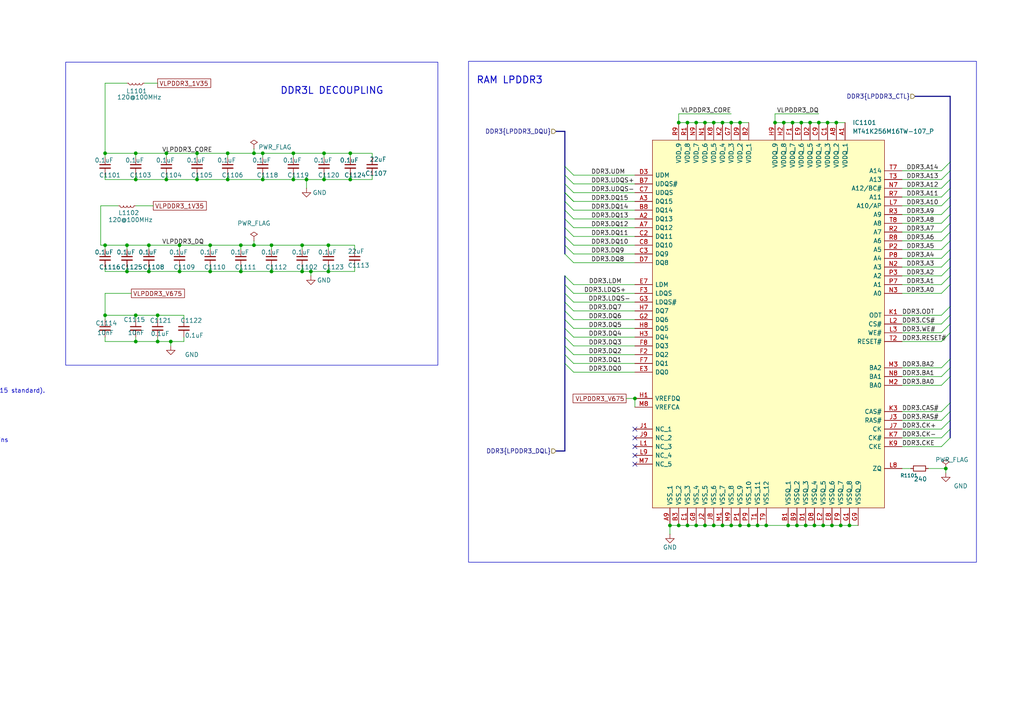
<source format=kicad_sch>
(kicad_sch (version 20250114) (generator "eeschema") (generator_version "9.0")
  (paper "A4")
  (lib_symbols
    (symbol "Device:C_Small" (pin_numbers (hide yes)) (pin_names (offset 0.254) (hide yes))
      (property "Reference" "C" (at 0.254 1.778 0))
      (property "Value" "C_Small" (at 0.254 -2.032 0))
      (symbol "C_Small_0_1"
        (polyline (pts (xy -1.524 0.508) (xy 1.524 0.508)) (stroke (width 0.3048)))
        (polyline (pts (xy -1.524 -0.508) (xy 1.524 -0.508)) (stroke (width 0.3302)))
      )
      (symbol "C_Small_1_1"
        (pin passive line (at 0 2.54 270) (length 2.032) (name "~") (number "1"))
        (pin passive line (at 0 -2.54 90) (length 2.032) (name "~") (number "2"))
      )
    )
    (symbol "Device:L_Small" (pin_numbers (hide yes)) (pin_names (offset 0.254) (hide yes))
      (property "Reference" "L" (at 0.762 1.016 0))
      (property "Value" "L_Small" (at 0.762 -1.016 0))
      (symbol "L_Small_0_1"
        (arc (start 0 2.032) (mid 0.5058 1.524) (end 0 1.016))
        (arc (start 0 1.016) (mid 0.5058 0.508) (end 0 0))
        (arc (start 0 0) (mid 0.5058 -0.508) (end 0 -1.016))
        (arc (start 0 -1.016) (mid 0.5058 -1.524) (end 0 -2.032))
      )
      (symbol "L_Small_1_1"
        (pin passive line (at 0 2.54 270) (length 0.508) (name "~") (number "1"))
        (pin passive line (at 0 -2.54 90) (length 0.508) (name "~") (number "2"))
      )
    )
    (symbol "Device:R_Small" (pin_numbers (hide yes)) (pin_names (offset 0.254) (hide yes))
      (property "Reference" "R" (at 0 0 90))
      (property "Value" "R_Small" (at 1.778 0 90))
      (symbol "R_Small_0_1"
        (rectangle (start -0.762 1.778) (end 0.762 -1.778) (stroke (width 0.2032)))
      )
      (symbol "R_Small_1_1"
        (pin passive line (at 0 2.54 270) (length 0.762) (name "~") (number "1"))
        (pin passive line (at 0 -2.54 90) (length 0.762) (name "~") (number "2"))
      )
    )
    (symbol "iw-memory:MT41K256M16TW-107_P" (pin_names (offset 0.762))
      (property "Reference" "IC" (at -75.946 37.846 0))
      (property "Value" "MT41K256M16TW-107_P" (at -75.946 35.306 0))
      (symbol "MT41K256M16TW-107_P_0_0"
        (pin passive line (at -5.08 -10.16 0) (length 5.08) (name "UDM") (number "D3"))
        (pin passive line (at -5.08 -12.7 0) (length 5.08) (name "UDQS#") (number "B7"))
        (pin passive line (at -5.08 -15.24 0) (length 5.08) (name "UDQS") (number "C7"))
        (pin passive line (at -5.08 -17.78 0) (length 5.08) (name "DQ15") (number "A3"))
        (pin passive line (at -5.08 -20.32 0) (length 5.08) (name "DQ14") (number "B8"))
        (pin passive line (at -5.08 -22.86 0) (length 5.08) (name "DQ13") (number "A2"))
        (pin passive line (at -5.08 -25.4 0) (length 5.08) (name "DQ12") (number "A7"))
        (pin passive line (at -5.08 -27.94 0) (length 5.08) (name "DQ11") (number "C2"))
        (pin passive line (at -5.08 -30.48 0) (length 5.08) (name "DQ10") (number "C8"))
        (pin passive line (at -5.08 -33.02 0) (length 5.08) (name "DQ9") (number "C3"))
        (pin passive line (at -5.08 -35.56 0) (length 5.08) (name "DQ8") (number "D7"))
        (pin passive line (at -5.08 -41.91 0) (length 5.08) (name "LDM") (number "E7"))
        (pin passive line (at -5.08 -44.45 0) (length 5.08) (name "LDQS") (number "F3"))
        (pin passive line (at -5.08 -46.99 0) (length 5.08) (name "LDQS#") (number "G3"))
        (pin passive line (at -5.08 -49.53 0) (length 5.08) (name "DQ7") (number "H7"))
        (pin passive line (at -5.08 -52.07 0) (length 5.08) (name "DQ6") (number "G2"))
        (pin passive line (at -5.08 -54.61 0) (length 5.08) (name "DQ5") (number "H8"))
        (pin passive line (at -5.08 -57.15 0) (length 5.08) (name "DQ4") (number "H3"))
        (pin passive line (at -5.08 -59.69 0) (length 5.08) (name "DQ3") (number "F8"))
        (pin passive line (at -5.08 -62.23 0) (length 5.08) (name "DQ2") (number "F2"))
        (pin passive line (at -5.08 -64.77 0) (length 5.08) (name "DQ1") (number "F7"))
        (pin passive line (at -5.08 -67.31 0) (length 5.08) (name "DQ0") (number "E3"))
        (pin passive line (at -5.08 -74.93 0) (length 5.08) (name "VREFDQ") (number "H1"))
        (pin passive line (at -5.08 -77.47 0) (length 5.08) (name "VREFCA") (number "M8"))
        (pin passive line (at -5.08 -83.82 0) (length 5.08) (name "NC_1") (number "J1"))
        (pin passive line (at -5.08 -86.36 0) (length 5.08) (name "NC_2") (number "J9"))
        (pin passive line (at -5.08 -88.9 0) (length 5.08) (name "NC_3") (number "L1"))
        (pin passive line (at -5.08 -91.44 0) (length 5.08) (name "NC_4") (number "L9"))
        (pin passive line (at -5.08 -93.98 0) (length 5.08) (name "NC_5") (number "M7"))
        (pin passive line (at 5.08 -111.76 90) (length 5.08) (name "VSS_1") (number "A9"))
        (pin passive line (at 7.62 5.08 270) (length 5.08) (name "VDD_9") (number "R9"))
        (pin passive line (at 7.62 -111.76 90) (length 5.08) (name "VSS_2") (number "B3"))
        (pin passive line (at 10.16 5.08 270) (length 5.08) (name "VDD_8") (number "R1"))
        (pin passive line (at 10.16 -111.76 90) (length 5.08) (name "VSS_3") (number "E1"))
        (pin passive line (at 12.7 5.08 270) (length 5.08) (name "VDD_7") (number "N9"))
        (pin passive line (at 12.7 -111.76 90) (length 5.08) (name "VSS_4") (number "G8"))
        (pin passive line (at 15.24 5.08 270) (length 5.08) (name "VDD_6") (number "N1"))
        (pin passive line (at 15.24 -111.76 90) (length 5.08) (name "VSS_5") (number "J2"))
        (pin passive line (at 17.78 5.08 270) (length 5.08) (name "VDD_5") (number "K8"))
        (pin passive line (at 17.78 -111.76 90) (length 5.08) (name "VSS_6") (number "J8"))
        (pin passive line (at 20.32 5.08 270) (length 5.08) (name "VDD_4") (number "K2"))
        (pin passive line (at 20.32 -111.76 90) (length 5.08) (name "VSS_7") (number "M1"))
        (pin passive line (at 22.86 5.08 270) (length 5.08) (name "VDD_3") (number "G7"))
        (pin passive line (at 22.86 -111.76 90) (length 5.08) (name "VSS_8") (number "M9"))
        (pin passive line (at 25.4 5.08 270) (length 5.08) (name "VDD_2") (number "D9"))
        (pin passive line (at 25.4 -111.76 90) (length 5.08) (name "VSS_9") (number "P1"))
        (pin passive line (at 27.94 5.08 270) (length 5.08) (name "VDD_1") (number "B2"))
        (pin passive line (at 27.94 -111.76 90) (length 5.08) (name "VSS_10") (number "P9"))
        (pin passive line (at 30.48 -111.76 90) (length 5.08) (name "VSS_11") (number "T1"))
        (pin passive line (at 33.02 -111.76 90) (length 5.08) (name "VSS_12") (number "T9"))
        (pin passive line (at 35.56 5.08 270) (length 5.08) (name "VDDQ_9") (number "H9"))
        (pin passive line (at 38.1 5.08 270) (length 5.08) (name "VDDQ_8") (number "H2"))
        (pin passive line (at 39.37 -111.76 90) (length 5.08) (name "VSSQ_1") (number "B1"))
        (pin passive line (at 40.64 5.08 270) (length 5.08) (name "VDDQ_7") (number "F1"))
        (pin passive line (at 41.91 -111.76 90) (length 5.08) (name "VSSQ_2") (number "B9"))
        (pin passive line (at 43.18 5.08 270) (length 5.08) (name "VDDQ_6") (number "E9"))
        (pin passive line (at 44.45 -111.76 90) (length 5.08) (name "VSSQ_3") (number "D1"))
        (pin passive line (at 45.72 5.08 270) (length 5.08) (name "VDDQ_5") (number "D2"))
        (pin passive line (at 46.99 -111.76 90) (length 5.08) (name "VSSQ_4") (number "D8"))
        (pin passive line (at 48.26 5.08 270) (length 5.08) (name "VDDQ_4") (number "C9"))
        (pin passive line (at 49.53 -111.76 90) (length 5.08) (name "VSSQ_5") (number "E2"))
        (pin passive line (at 50.8 5.08 270) (length 5.08) (name "VDDQ_3") (number "C1"))
        (pin passive line (at 52.07 -111.76 90) (length 5.08) (name "VSSQ_6") (number "E8"))
        (pin passive line (at 53.34 5.08 270) (length 5.08) (name "VDDQ_2") (number "A8"))
        (pin passive line (at 54.61 -111.76 90) (length 5.08) (name "VSSQ_7") (number "F9"))
        (pin passive line (at 55.88 5.08 270) (length 5.08) (name "VDDQ_1") (number "A1"))
        (pin passive line (at 57.15 -111.76 90) (length 5.08) (name "VSSQ_8") (number "G1"))
        (pin passive line (at 59.69 -111.76 90) (length 5.08) (name "VSSQ_9") (number "G9"))
        (pin passive line (at 72.39 -8.89 180) (length 5.08) (name "A14") (number "T7"))
        (pin passive line (at 72.39 -11.43 180) (length 5.08) (name "A13") (number "T3"))
        (pin passive line (at 72.39 -13.97 180) (length 5.08) (name "A12/BC#") (number "N7"))
        (pin passive line (at 72.39 -16.51 180) (length 5.08) (name "A11") (number "R7"))
        (pin passive line (at 72.39 -19.05 180) (length 5.08) (name "A10/AP") (number "L7"))
        (pin passive line (at 72.39 -21.59 180) (length 5.08) (name "A9") (number "R3"))
        (pin passive line (at 72.39 -24.13 180) (length 5.08) (name "A8") (number "T8"))
        (pin passive line (at 72.39 -26.67 180) (length 5.08) (name "A7") (number "R2"))
        (pin passive line (at 72.39 -29.21 180) (length 5.08) (name "A6") (number "R8"))
        (pin passive line (at 72.39 -31.75 180) (length 5.08) (name "A5") (number "P2"))
        (pin passive line (at 72.39 -34.29 180) (length 5.08) (name "A4") (number "P8"))
        (pin passive line (at 72.39 -36.83 180) (length 5.08) (name "A3") (number "N2"))
        (pin passive line (at 72.39 -39.37 180) (length 5.08) (name "A2") (number "P3"))
        (pin passive line (at 72.39 -41.91 180) (length 5.08) (name "A1") (number "P7"))
        (pin passive line (at 72.39 -44.45 180) (length 5.08) (name "A0") (number "N3"))
        (pin passive line (at 72.39 -50.8 180) (length 5.08) (name "ODT") (number "K1"))
        (pin passive line (at 72.39 -53.34 180) (length 5.08) (name "CS#") (number "L2"))
        (pin passive line (at 72.39 -55.88 180) (length 5.08) (name "WE#") (number "L3"))
        (pin passive line (at 72.39 -58.42 180) (length 5.08) (name "RESET#") (number "T2"))
        (pin passive line (at 72.39 -66.04 180) (length 5.08) (name "BA2") (number "M3"))
        (pin passive line (at 72.39 -68.58 180) (length 5.08) (name "BA1") (number "N8"))
        (pin passive line (at 72.39 -71.12 180) (length 5.08) (name "BA0") (number "M2"))
        (pin passive line (at 72.39 -78.74 180) (length 5.08) (name "CAS#") (number "K3"))
        (pin passive line (at 72.39 -81.28 180) (length 5.08) (name "RAS#") (number "J3"))
        (pin passive line (at 72.39 -83.82 180) (length 5.08) (name "CK") (number "J7"))
        (pin passive line (at 72.39 -86.36 180) (length 5.08) (name "CK#") (number "K7"))
        (pin passive line (at 72.39 -88.9 180) (length 5.08) (name "CKE") (number "K9"))
        (pin passive line (at 72.39 -95.25 180) (length 5.08) (name "ZQ") (number "L8"))
      )
      (symbol "MT41K256M16TW-107_P_1_1"
        (rectangle (start 0 0) (end 67.31 -106.68) (fill (type background)))
      )
    )
    (symbol "power:GND" (power) (pin_numbers (hide yes)) (pin_names (offset 0) (hide yes))
      (property "Value" "GND" (at 0 -3.81 0))
      (symbol "GND_0_1"
        (polyline (pts (xy 0 0) (xy 0 -1.27) (xy 1.27 -1.27) (xy 0 -2.54) (xy -1.27 -1.27) (xy 0 -1.27)))
      )
      (symbol "GND_1_1"
        (pin power_in line (at 0 0 270) (length 0) (name "~") (number "1"))
      )
    )
    (symbol "power:PWR_FLAG" (power) (pin_numbers (hide yes)) (pin_names (offset 0) (hide yes))
      (property "Value" "PWR_FLAG" (at 0 3.81 0))
      (symbol "PWR_FLAG_0_0"
        (pin power_out line (at 0 0 90) (length 0) (name "~") (number "1"))
      )
      (symbol "PWR_FLAG_0_1"
        (polyline (pts (xy 0 0) (xy 0 1.27) (xy -1.016 1.905) (xy 0 2.54) (xy 1.016 1.905) (xy 0 1.27)))
      )
    )
  )
  (rectangle (start 135.89 17.78) (end 283.21 163.068))
  (rectangle (start 19.05 18.034) (end 127 105.918))
  (text "RAM LPDDR3" (at 147.828 23.368 0) (effects (font (size 2 2) (thickness 0.254) (bold yes))))
  (text "Vref: \n- The DDR-logic requires an external 0.75 Volts (SSTL-15 standard).\n- External resistive divider required\nVcc: The DDRL-ram requires a 1.35 V supply voltage.\n- LDO / buck converter\nDQS-pins\n- Upper / Lower 8-bit synchronization for data\nData-pins:\n- upper 8 and lower 8 bits must belong to same DQS pins\nAddress / config pins\n- can be any DQ pins in the bank" (at -56.134 121.666 0) (effects (font (size 1.27 1.27)) (justify left)))
  (text "VREFCA, VREFDQ: \n- reference voltages separated for data and control/command address\n- Should be held at 0.675 V" (at 307.34 -44.45 0) (effects (font (size 1.27 1.27)) (justify left)))
  (text "DDR3L DECOUPLING" (at 96.266 26.416 0) (effects (font (size 2 2) (thickness 0.254) (bold yes))))
  (text "CLK/CLK# Termination:\n6.5.2: differential termination (100 ohms) recommended\n- NOTE: probably internally implemented inside the DDR3L already" (at 323.596 -34.29 0) (effects (font (size 1.27 1.27)) (justify left)))
  (junction (at 30.48 91.44))
  (junction (at 52.07 71.12))
  (junction (at 30.48 44.45))
  (junction (at 57.15 44.45))
  (junction (at 36.83 78.74))
  (junction (at 238.76 152.4))
  (junction (at 76.2 52.07))
  (junction (at 204.47 35.56))
  (junction (at 234.95 35.56))
  (junction (at 87.63 71.12))
  (junction (at 39.37 52.07))
  (junction (at 209.55 152.4))
  (junction (at 236.22 152.4))
  (junction (at 237.49 35.56))
  (junction (at 76.2 44.45))
  (junction (at 227.33 35.56))
  (junction (at 87.63 78.74))
  (junction (at 78.74 71.12))
  (junction (at 73.66 71.12))
  (junction (at 246.38 152.4))
  (junction (at 242.57 35.56))
  (junction (at 184.15 115.57))
  (junction (at 93.98 52.07))
  (junction (at 199.39 35.56))
  (junction (at 52.07 78.74))
  (junction (at 101.6 44.45))
  (junction (at 69.85 71.12))
  (junction (at 85.09 52.07))
  (junction (at 43.18 78.74))
  (junction (at 90.17 78.74))
  (junction (at 199.39 152.4))
  (junction (at 232.41 35.56))
  (junction (at 30.48 71.12))
  (junction (at 57.15 52.07))
  (junction (at 60.96 71.12))
  (junction (at 214.63 152.4))
  (junction (at 231.14 152.4))
  (junction (at 66.04 52.07))
  (junction (at 214.63 35.56))
  (junction (at 217.17 152.4))
  (junction (at 274.32 135.89))
  (junction (at 228.6 152.4))
  (junction (at 212.09 152.4))
  (junction (at 95.25 78.74))
  (junction (at 88.9 52.07))
  (junction (at 233.68 152.4))
  (junction (at 201.93 152.4))
  (junction (at 39.37 99.06))
  (junction (at 45.72 91.44))
  (junction (at 73.66 44.45))
  (junction (at 240.03 35.56))
  (junction (at 219.71 152.4))
  (junction (at 201.93 35.56))
  (junction (at 224.79 35.56))
  (junction (at 69.85 78.74))
  (junction (at 229.87 35.56))
  (junction (at 36.83 71.12))
  (junction (at 101.6 52.07))
  (junction (at 204.47 152.4))
  (junction (at 45.72 99.06))
  (junction (at 196.85 35.56))
  (junction (at 60.96 78.74))
  (junction (at 78.74 78.74))
  (junction (at 49.53 99.06))
  (junction (at 222.25 152.4))
  (junction (at 39.37 91.44))
  (junction (at 209.55 35.56))
  (junction (at 85.09 44.45))
  (junction (at 66.04 44.45))
  (junction (at 196.85 152.4))
  (junction (at 95.25 71.12))
  (junction (at 243.84 152.4))
  (junction (at 43.18 71.12))
  (junction (at 212.09 35.56))
  (junction (at 39.37 44.45))
  (junction (at 48.26 52.07))
  (junction (at 194.31 152.4))
  (junction (at 207.01 35.56))
  (junction (at 241.3 152.4))
  (junction (at 93.98 44.45))
  (junction (at 207.01 152.4))
  (junction (at 48.26 44.45))
  (no_connect (at 184.15 127))
  (no_connect (at 184.15 132.08))
  (no_connect (at 184.15 129.54))
  (no_connect (at 184.15 124.46))
  (no_connect (at 184.15 134.62))
  (bus_entry (at 163.83 73.66) (size 2.54 2.54))
  (bus_entry (at 275.59 74.93) (size -2.54 2.54))
  (bus_entry (at 275.59 116.84) (size -2.54 2.54))
  (bus_entry (at 163.83 105.41) (size 2.54 2.54))
  (bus_entry (at 163.83 58.42) (size 2.54 2.54))
  (bus_entry (at 275.59 104.14) (size -2.54 2.54))
  (bus_entry (at 163.83 53.34) (size 2.54 2.54))
  (bus_entry (at 163.83 66.04) (size 2.54 2.54))
  (bus_entry (at 163.83 63.5) (size 2.54 2.54))
  (bus_entry (at 275.59 91.44) (size -2.54 2.54))
  (bus_entry (at 275.59 80.01) (size -2.54 2.54))
  (bus_entry (at 275.59 72.39) (size -2.54 2.54))
  (bus_entry (at 163.83 60.96) (size 2.54 2.54))
  (bus_entry (at 163.83 100.33) (size 2.54 2.54))
  (bus_entry (at 275.59 64.77) (size -2.54 2.54))
  (bus_entry (at 163.83 90.17) (size 2.54 2.54))
  (bus_entry (at 163.83 68.58) (size 2.54 2.54))
  (bus_entry (at 275.59 62.23) (size -2.54 2.54))
  (bus_entry (at 163.83 82.55) (size 2.54 2.54))
  (bus_entry (at 163.83 102.87) (size 2.54 2.54))
  (bus_entry (at 163.83 55.88) (size 2.54 2.54))
  (bus_entry (at 275.59 59.69) (size -2.54 2.54))
  (bus_entry (at 275.59 106.68) (size -2.54 2.54))
  (bus_entry (at 163.83 71.12) (size 2.54 2.54))
  (bus_entry (at 275.59 46.99) (size -2.54 2.54))
  (bus_entry (at 163.83 92.71) (size 2.54 2.54))
  (bus_entry (at 163.83 48.26) (size 2.54 2.54))
  (bus_entry (at 275.59 52.07) (size -2.54 2.54))
  (bus_entry (at 275.59 127) (size -2.54 2.54))
  (bus_entry (at 275.59 96.52) (size -2.54 2.54))
  (bus_entry (at 163.83 80.01) (size 2.54 2.54))
  (bus_entry (at 163.83 50.8) (size 2.54 2.54))
  (bus_entry (at 275.59 69.85) (size -2.54 2.54))
  (bus_entry (at 275.59 109.22) (size -2.54 2.54))
  (bus_entry (at 275.59 57.15) (size -2.54 2.54))
  (bus_entry (at 275.59 82.55) (size -2.54 2.54))
  (bus_entry (at 163.83 87.63) (size 2.54 2.54))
  (bus_entry (at 275.59 77.47) (size -2.54 2.54))
  (bus_entry (at 275.59 88.9) (size -2.54 2.54))
  (bus_entry (at 275.59 124.46) (size -2.54 2.54))
  (bus_entry (at 163.83 85.09) (size 2.54 2.54))
  (bus_entry (at 275.59 121.92) (size -2.54 2.54))
  (bus_entry (at 275.59 54.61) (size -2.54 2.54))
  (bus_entry (at 275.59 49.53) (size -2.54 2.54))
  (bus_entry (at 163.83 95.25) (size 2.54 2.54))
  (bus_entry (at 275.59 119.38) (size -2.54 2.54))
  (bus_entry (at 163.83 97.79) (size 2.54 2.54))
  (bus_entry (at 275.59 67.31) (size -2.54 2.54))
  (bus_entry (at 275.59 93.98) (size -2.54 2.54))
  (bus_entry (at 163.83 55.88) (size 2.54 2.54))
  (wire (pts (xy 44.45 59.69) (xy 39.37 59.69)))
  (wire (pts (xy 261.62 52.07) (xy 273.05 52.07)))
  (wire (pts (xy 45.72 24.13) (xy 41.91 24.13)))
  (bus (pts (xy 275.59 46.99) (xy 275.59 49.53)))
  (wire (pts (xy 76.2 44.45) (xy 76.2 45.72)))
  (wire (pts (xy 201.93 35.56) (xy 204.47 35.56)))
  (wire (pts (xy 93.98 44.45) (xy 85.09 44.45)))
  (wire (pts (xy 261.62 82.55) (xy 273.05 82.55)))
  (bus (pts (xy 163.83 82.55) (xy 163.83 85.09)))
  (wire (pts (xy 30.48 85.09) (xy 30.48 91.44)))
  (wire (pts (xy 39.37 91.44) (xy 39.37 92.71)))
  (wire (pts (xy 166.37 82.55) (xy 184.15 82.55)))
  (wire (pts (xy 242.57 35.56) (xy 245.11 35.56)))
  (wire (pts (xy 38.1 85.09) (xy 30.48 85.09)))
  (wire (pts (xy 243.84 152.4) (xy 246.38 152.4)))
  (wire (pts (xy 87.63 77.47) (xy 87.63 78.74)))
  (wire (pts (xy 184.15 115.57) (xy 184.15 118.11)))
  (wire (pts (xy 261.62 93.98) (xy 273.05 93.98)))
  (wire (pts (xy 39.37 52.07) (xy 48.26 52.07)))
  (wire (pts (xy 228.6 152.4) (xy 231.14 152.4)))
  (wire (pts (xy 85.09 44.45) (xy 76.2 44.45)))
  (wire (pts (xy 261.62 72.39) (xy 273.05 72.39)))
  (wire (pts (xy 36.83 78.74) (xy 43.18 78.74)))
  (wire (pts (xy 222.25 152.4) (xy 228.6 152.4)))
  (bus (pts (xy 275.59 106.68) (xy 275.59 109.22)))
  (wire (pts (xy 237.49 35.56) (xy 240.03 35.56)))
  (wire (pts (xy 43.18 77.47) (xy 43.18 78.74)))
  (wire (pts (xy 30.48 24.13) (xy 30.48 44.45)))
  (wire (pts (xy 261.62 109.22) (xy 273.05 109.22)))
  (wire (pts (xy 69.85 72.39) (xy 69.85 71.12)))
  (wire (pts (xy 166.37 107.95) (xy 184.15 107.95)))
  (wire (pts (xy 93.98 44.45) (xy 93.98 45.72)))
  (wire (pts (xy 30.48 97.79) (xy 30.48 99.06)))
  (bus (pts (xy 163.83 97.79) (xy 163.83 95.25)))
  (bus (pts (xy 275.59 91.44) (xy 275.59 93.98)))
  (wire (pts (xy 53.34 97.79) (xy 53.34 99.06)))
  (wire (pts (xy 201.93 152.4) (xy 204.47 152.4)))
  (wire (pts (xy 78.74 72.39) (xy 78.74 71.12)))
  (wire (pts (xy 36.83 77.47) (xy 36.83 78.74)))
  (wire (pts (xy 30.48 71.12) (xy 36.83 71.12)))
  (wire (pts (xy 184.15 68.58) (xy 166.37 68.58)))
  (wire (pts (xy 48.26 44.45) (xy 57.15 44.45)))
  (wire (pts (xy 57.15 45.72) (xy 57.15 44.45)))
  (wire (pts (xy 66.04 52.07) (xy 57.15 52.07)))
  (wire (pts (xy 166.37 90.17) (xy 184.15 90.17)))
  (wire (pts (xy 36.83 24.13) (xy 30.48 24.13)))
  (wire (pts (xy 166.37 102.87) (xy 184.15 102.87)))
  (wire (pts (xy 66.04 45.72) (xy 66.04 44.45)))
  (wire (pts (xy 166.37 95.25) (xy 184.15 95.25)))
  (wire (pts (xy 39.37 44.45) (xy 39.37 45.72)))
  (wire (pts (xy 166.37 100.33) (xy 184.15 100.33)))
  (wire (pts (xy 30.48 77.47) (xy 30.48 78.74)))
  (wire (pts (xy 34.29 59.69) (xy 29.21 59.69)))
  (wire (pts (xy 45.72 99.06) (xy 39.37 99.06)))
  (wire (pts (xy 48.26 52.07) (xy 48.26 50.8)))
  (wire (pts (xy 166.37 76.2) (xy 184.15 76.2)))
  (wire (pts (xy 236.22 152.4) (xy 238.76 152.4)))
  (wire (pts (xy 261.62 62.23) (xy 273.05 62.23)))
  (wire (pts (xy 90.17 78.74) (xy 95.25 78.74)))
  (wire (pts (xy 217.17 152.4) (xy 219.71 152.4)))
  (wire (pts (xy 45.72 97.79) (xy 45.72 99.06)))
  (bus (pts (xy 163.83 48.26) (xy 163.83 50.8)))
  (wire (pts (xy 69.85 78.74) (xy 78.74 78.74)))
  (wire (pts (xy 53.34 99.06) (xy 49.53 99.06)))
  (wire (pts (xy 48.26 52.07) (xy 57.15 52.07)))
  (wire (pts (xy 196.85 33.02) (xy 196.85 35.56)))
  (wire (pts (xy 60.96 71.12) (xy 69.85 71.12)))
  (wire (pts (xy 107.95 44.45) (xy 101.6 44.45)))
  (wire (pts (xy 261.62 96.52) (xy 273.05 96.52)))
  (wire (pts (xy 237.49 33.02) (xy 224.79 33.02)))
  (wire (pts (xy 166.37 92.71) (xy 184.15 92.71)))
  (wire (pts (xy 231.14 152.4) (xy 233.68 152.4)))
  (wire (pts (xy 43.18 78.74) (xy 52.07 78.74)))
  (wire (pts (xy 30.48 99.06) (xy 39.37 99.06)))
  (wire (pts (xy 78.74 78.74) (xy 87.63 78.74)))
  (wire (pts (xy 199.39 152.4) (xy 201.93 152.4)))
  (wire (pts (xy 60.96 78.74) (xy 60.96 77.47)))
  (bus (pts (xy 275.59 88.9) (xy 275.59 91.44)))
  (bus (pts (xy 163.83 102.87) (xy 163.83 105.41)))
  (wire (pts (xy 39.37 44.45) (xy 48.26 44.45)))
  (wire (pts (xy 261.62 129.54) (xy 273.05 129.54)))
  (bus (pts (xy 163.83 66.04) (xy 163.83 68.58)))
  (wire (pts (xy 261.62 49.53) (xy 273.05 49.53)))
  (bus (pts (xy 163.83 50.8) (xy 163.83 53.34)))
  (wire (pts (xy 52.07 71.12) (xy 52.07 72.39)))
  (wire (pts (xy 261.62 77.47) (xy 273.05 77.47)))
  (wire (pts (xy 73.66 71.12) (xy 78.74 71.12)))
  (wire (pts (xy 36.83 71.12) (xy 36.83 72.39)))
  (wire (pts (xy 209.55 35.56) (xy 212.09 35.56)))
  (wire (pts (xy 107.95 52.07) (xy 107.95 50.8)))
  (wire (pts (xy 229.87 35.56) (xy 232.41 35.56)))
  (wire (pts (xy 73.66 43.18) (xy 73.66 44.45)))
  (bus (pts (xy 275.59 124.46) (xy 275.59 127)))
  (wire (pts (xy 166.37 73.66) (xy 184.15 73.66)))
  (wire (pts (xy 261.62 85.09) (xy 273.05 85.09)))
  (wire (pts (xy 30.48 91.44) (xy 30.48 92.71)))
  (wire (pts (xy 232.41 35.56) (xy 234.95 35.56)))
  (wire (pts (xy 107.95 44.45) (xy 107.95 45.72)))
  (wire (pts (xy 212.09 35.56) (xy 214.63 35.56)))
  (wire (pts (xy 76.2 44.45) (xy 73.66 44.45)))
  (wire (pts (xy 57.15 44.45) (xy 66.04 44.45)))
  (bus (pts (xy 265.43 27.94) (xy 275.59 27.94)))
  (bus (pts (xy 275.59 57.15) (xy 275.59 59.69)))
  (bus (pts (xy 275.59 69.85) (xy 275.59 72.39)))
  (wire (pts (xy 48.26 45.72) (xy 48.26 44.45)))
  (bus (pts (xy 275.59 59.69) (xy 275.59 62.23)))
  (wire (pts (xy 166.37 87.63) (xy 184.15 87.63)))
  (wire (pts (xy 196.85 152.4) (xy 199.39 152.4)))
  (wire (pts (xy 95.25 77.47) (xy 95.25 78.74)))
  (bus (pts (xy 163.83 87.63) (xy 163.83 90.17)))
  (wire (pts (xy 261.62 106.68) (xy 273.05 106.68)))
  (wire (pts (xy 90.17 80.01) (xy 90.17 78.74)))
  (bus (pts (xy 275.59 62.23) (xy 275.59 64.77)))
  (bus (pts (xy 275.59 54.61) (xy 275.59 57.15)))
  (wire (pts (xy 166.37 85.09) (xy 184.15 85.09)))
  (bus (pts (xy 163.83 100.33) (xy 163.83 102.87)))
  (wire (pts (xy 88.9 52.07) (xy 88.9 54.61)))
  (wire (pts (xy 49.53 100.33) (xy 49.53 99.06)))
  (wire (pts (xy 274.32 135.89) (xy 274.32 137.16)))
  (bus (pts (xy 163.83 58.42) (xy 163.83 60.96)))
  (wire (pts (xy 102.87 72.39) (xy 102.87 71.12)))
  (wire (pts (xy 87.63 71.12) (xy 87.63 72.39)))
  (wire (pts (xy 241.3 152.4) (xy 243.84 152.4)))
  (wire (pts (xy 30.48 44.45) (xy 30.48 45.72)))
  (bus (pts (xy 275.59 121.92) (xy 275.59 124.46)))
  (bus (pts (xy 163.83 85.09) (xy 163.83 87.63)))
  (wire (pts (xy 207.01 35.56) (xy 209.55 35.56)))
  (wire (pts (xy 76.2 52.07) (xy 66.04 52.07)))
  (wire (pts (xy 261.62 59.69) (xy 273.05 59.69)))
  (wire (pts (xy 30.48 52.07) (xy 39.37 52.07)))
  (wire (pts (xy 30.48 44.45) (xy 39.37 44.45)))
  (wire (pts (xy 69.85 78.74) (xy 69.85 77.47)))
  (wire (pts (xy 30.48 78.74) (xy 36.83 78.74)))
  (wire (pts (xy 101.6 44.45) (xy 93.98 44.45)))
  (wire (pts (xy 261.62 91.44) (xy 273.05 91.44)))
  (wire (pts (xy 194.31 152.4) (xy 196.85 152.4)))
  (wire (pts (xy 52.07 71.12) (xy 60.96 71.12)))
  (wire (pts (xy 39.37 50.8) (xy 39.37 52.07)))
  (wire (pts (xy 76.2 50.8) (xy 76.2 52.07)))
  (wire (pts (xy 60.96 78.74) (xy 69.85 78.74)))
  (wire (pts (xy 57.15 52.07) (xy 57.15 50.8)))
  (bus (pts (xy 275.59 109.22) (xy 275.59 116.84)))
  (wire (pts (xy 60.96 72.39) (xy 60.96 71.12)))
  (wire (pts (xy 29.21 71.12) (xy 30.48 71.12)))
  (wire (pts (xy 166.37 97.79) (xy 184.15 97.79)))
  (wire (pts (xy 53.34 91.44) (xy 45.72 91.44)))
  (wire (pts (xy 238.76 152.4) (xy 241.3 152.4)))
  (wire (pts (xy 204.47 35.56) (xy 207.01 35.56)))
  (wire (pts (xy 166.37 71.12) (xy 184.15 71.12)))
  (wire (pts (xy 30.48 72.39) (xy 30.48 71.12)))
  (wire (pts (xy 261.62 135.89) (xy 264.16 135.89)))
  (wire (pts (xy 78.74 78.74) (xy 78.74 77.47)))
  (wire (pts (xy 261.62 111.76) (xy 273.05 111.76)))
  (wire (pts (xy 101.6 50.8) (xy 101.6 52.07)))
  (wire (pts (xy 240.03 35.56) (xy 242.57 35.56)))
  (wire (pts (xy 52.07 77.47) (xy 52.07 78.74)))
  (wire (pts (xy 101.6 44.45) (xy 101.6 45.72)))
  (bus (pts (xy 163.83 60.96) (xy 163.83 63.5)))
  (bus (pts (xy 163.83 63.5) (xy 163.83 66.04)))
  (bus (pts (xy 275.59 49.53) (xy 275.59 52.07)))
  (wire (pts (xy 39.37 91.44) (xy 45.72 91.44)))
  (bus (pts (xy 275.59 96.52) (xy 275.59 104.14)))
  (wire (pts (xy 166.37 53.34) (xy 184.15 53.34)))
  (bus (pts (xy 163.83 68.58) (xy 163.83 71.12)))
  (wire (pts (xy 212.09 152.4) (xy 214.63 152.4)))
  (wire (pts (xy 95.25 78.74) (xy 102.87 78.74)))
  (wire (pts (xy 101.6 52.07) (xy 107.95 52.07)))
  (wire (pts (xy 184.15 60.96) (xy 166.37 60.96)))
  (wire (pts (xy 261.62 127) (xy 273.05 127)))
  (wire (pts (xy 166.37 50.8) (xy 184.15 50.8)))
  (wire (pts (xy 261.62 99.06) (xy 273.05 99.06)))
  (wire (pts (xy 29.21 59.69) (xy 29.21 71.12)))
  (wire (pts (xy 102.87 78.74) (xy 102.87 77.47)))
  (wire (pts (xy 52.07 78.74) (xy 60.96 78.74)))
  (bus (pts (xy 275.59 77.47) (xy 275.59 80.01)))
  (bus (pts (xy 163.83 38.1) (xy 163.83 48.26)))
  (bus (pts (xy 275.59 93.98) (xy 275.59 96.52)))
  (bus (pts (xy 163.83 130.81) (xy 163.83 105.41)))
  (bus (pts (xy 275.59 27.94) (xy 275.59 46.99)))
  (wire (pts (xy 204.47 152.4) (xy 207.01 152.4)))
  (wire (pts (xy 261.62 124.46) (xy 273.05 124.46)))
  (wire (pts (xy 73.66 69.85) (xy 73.66 71.12)))
  (wire (pts (xy 88.9 52.07) (xy 93.98 52.07)))
  (wire (pts (xy 85.09 52.07) (xy 76.2 52.07)))
  (wire (pts (xy 45.72 92.71) (xy 45.72 91.44)))
  (bus (pts (xy 163.83 95.25) (xy 163.83 92.71)))
  (wire (pts (xy 227.33 35.56) (xy 229.87 35.56)))
  (wire (pts (xy 261.62 119.38) (xy 273.05 119.38)))
  (bus (pts (xy 163.83 80.01) (xy 163.83 82.55)))
  (bus (pts (xy 163.83 92.71) (xy 163.83 90.17)))
  (wire (pts (xy 212.09 33.02) (xy 196.85 33.02)))
  (wire (pts (xy 93.98 50.8) (xy 93.98 52.07)))
  (wire (pts (xy 30.48 50.8) (xy 30.48 52.07)))
  (bus (pts (xy 275.59 67.31) (xy 275.59 69.85)))
  (wire (pts (xy 246.38 152.4) (xy 248.92 152.4)))
  (wire (pts (xy 78.74 71.12) (xy 87.63 71.12)))
  (bus (pts (xy 275.59 64.77) (xy 275.59 67.31)))
  (wire (pts (xy 261.62 54.61) (xy 273.05 54.61)))
  (wire (pts (xy 261.62 64.77) (xy 273.05 64.77)))
  (wire (pts (xy 261.62 74.93) (xy 273.05 74.93)))
  (wire (pts (xy 207.01 152.4) (xy 209.55 152.4)))
  (wire (pts (xy 85.09 52.07) (xy 88.9 52.07)))
  (wire (pts (xy 87.63 78.74) (xy 90.17 78.74)))
  (wire (pts (xy 233.68 152.4) (xy 236.22 152.4)))
  (wire (pts (xy 30.48 91.44) (xy 39.37 91.44)))
  (wire (pts (xy 199.39 35.56) (xy 201.93 35.56)))
  (wire (pts (xy 194.31 152.4) (xy 194.31 154.94)))
  (wire (pts (xy 166.37 58.42) (xy 184.15 58.42)))
  (wire (pts (xy 261.62 57.15) (xy 273.05 57.15)))
  (wire (pts (xy 261.62 67.31) (xy 273.05 67.31)))
  (wire (pts (xy 43.18 71.12) (xy 52.07 71.12)))
  (bus (pts (xy 275.59 80.01) (xy 275.59 82.55)))
  (wire (pts (xy 234.95 35.56) (xy 237.49 35.56)))
  (wire (pts (xy 95.25 71.12) (xy 95.25 72.39)))
  (bus (pts (xy 163.83 55.88) (xy 163.83 58.42)))
  (bus (pts (xy 163.83 97.79) (xy 163.83 100.33)))
  (wire (pts (xy 85.09 50.8) (xy 85.09 52.07)))
  (wire (pts (xy 181.61 115.57) (xy 184.15 115.57)))
  (wire (pts (xy 184.15 66.04) (xy 166.37 66.04)))
  (wire (pts (xy 219.71 152.4) (xy 222.25 152.4)))
  (wire (pts (xy 261.62 121.92) (xy 273.05 121.92)))
  (wire (pts (xy 95.25 71.12) (xy 87.63 71.12)))
  (wire (pts (xy 269.24 135.89) (xy 274.32 135.89)))
  (wire (pts (xy 224.79 33.02) (xy 224.79 35.56)))
  (wire (pts (xy 224.79 35.56) (xy 227.33 35.56)))
  (bus (pts (xy 275.59 74.93) (xy 275.59 77.47)))
  (wire (pts (xy 214.63 152.4) (xy 217.17 152.4)))
  (wire (pts (xy 85.09 44.45) (xy 85.09 45.72)))
  (wire (pts (xy 196.85 35.56) (xy 199.39 35.56)))
  (wire (pts (xy 43.18 71.12) (xy 43.18 72.39)))
  (wire (pts (xy 49.53 99.06) (xy 45.72 99.06)))
  (wire (pts (xy 53.34 92.71) (xy 53.34 91.44)))
  (wire (pts (xy 184.15 55.88) (xy 166.37 55.88)))
  (wire (pts (xy 36.83 71.12) (xy 43.18 71.12)))
  (wire (pts (xy 261.62 80.01) (xy 273.05 80.01)))
  (bus (pts (xy 275.59 116.84) (xy 275.59 119.38)))
  (wire (pts (xy 209.55 152.4) (xy 212.09 152.4)))
  (wire (pts (xy 166.37 105.41) (xy 184.15 105.41)))
  (bus (pts (xy 275.59 119.38) (xy 275.59 121.92)))
  (bus (pts (xy 275.59 104.14) (xy 275.59 106.68)))
  (bus (pts (xy 275.59 82.55) (xy 275.59 88.9)))
  (wire (pts (xy 214.63 35.56) (xy 217.17 35.56)))
  (wire (pts (xy 93.98 52.07) (xy 101.6 52.07)))
  (wire (pts (xy 39.37 97.79) (xy 39.37 99.06)))
  (wire (pts (xy 66.04 52.07) (xy 66.04 50.8)))
  (wire (pts (xy 66.04 44.45) (xy 73.66 44.45)))
  (bus (pts (xy 275.59 72.39) (xy 275.59 74.93)))
  (wire (pts (xy 261.62 69.85) (xy 273.05 69.85)))
  (bus (pts (xy 161.29 130.81) (xy 163.83 130.81)))
  (wire (pts (xy 69.85 71.12) (xy 73.66 71.12)))
  (wire (pts (xy 184.15 63.5) (xy 166.37 63.5)))
  (bus (pts (xy 163.83 71.12) (xy 163.83 73.66)))
  (bus (pts (xy 275.59 52.07) (xy 275.59 54.61)))
  (wire (pts (xy 102.87 71.12) (xy 95.25 71.12)))
  (bus (pts (xy 161.29 38.1) (xy 163.83 38.1)))
  (bus (pts (xy 163.83 53.34) (xy 163.83 55.88)))
  (label "DDR3.CAS#" (at 261.62 119.38 0))
  (label "DDR3.A14" (at 262.89 49.53 0))
  (label "DDR3.CK-" (at 261.62 127 0))
  (label "DDR3.DQ14" (at 171.45 60.96 0))
  (label "DDR3.LDM" (at 180.34 82.55 180))
  (label "DDR3.CKE" (at 261.62 129.54 0))
  (label "DDR3.DQ12" (at 171.45 66.04 0))
  (label "DDR3.BA1" (at 261.62 109.22 0))
  (label "DDR3.LDQS-" (at 182.88 87.63 180))
  (label "DDR3.RESET#" (at 261.62 99.06 0))
  (label "VLPDDR3_DQ" (at 237.49 33.02 180))
  (label "DDR3.CS#" (at 261.62 93.98 0))
  (label "DDR3.DQ13" (at 171.45 63.5 0))
  (label "DDR3.A13" (at 262.89 52.07 0))
  (label "DDR3.DQ10" (at 171.45 71.12 0))
  (label "DDR3.DQ9" (at 171.45 73.66 0))
  (label "VLPDDR3_DQ" (at 46.99 71.12 0))
  (label "DDR3.UDQS-" (at 171.45 55.88 0))
  (label "DDR3.DQ15" (at 171.45 58.42 0))
  (label "DDR3.CK+" (at 261.62 124.46 0))
  (label "DDR3.DQ5" (at 180.34 95.25 180))
  (label "DDR3.DQ6" (at 180.34 92.71 180))
  (label "DDR3.A2" (at 262.89 80.01 0))
  (label "DDR3.DQ4" (at 180.34 97.79 180))
  (label "DDR3.DQ1" (at 180.34 105.41 180))
  (label "DDR3.DQ7" (at 180.34 90.17 180))
  (label "VLPDDR3_CORE" (at 46.99 44.45 0))
  (label "VLPDDR3_CORE" (at 212.09 33.02 180))
  (label "DDR3.UDQS+" (at 171.45 53.34 0))
  (label "DDR3.A9" (at 262.89 62.23 0))
  (label "DDR3.A7" (at 262.89 67.31 0))
  (label "DDR3.ODT" (at 261.62 91.44 0))
  (label "DDR3.A12" (at 262.89 54.61 0))
  (label "DDR3.A8" (at 262.89 64.77 0))
  (label "DDR3.DQ0" (at 180.34 107.95 180))
  (label "DDR3.A4" (at 262.89 74.93 0))
  (label "DDR3.LDQS+" (at 181.61 85.09 180))
  (label "DDR3.A1" (at 262.89 82.55 0))
  (label "DDR3.WE#" (at 261.62 96.52 0))
  (label "DDR3.A10" (at 262.89 59.69 0))
  (label "DDR3.RAS#" (at 261.62 121.92 0))
  (label "DDR3.A0" (at 262.89 85.09 0))
  (label "DDR3.A5" (at 262.89 72.39 0))
  (label "DDR3.DQ8" (at 171.45 76.2 0))
  (label "DDR3.DQ2" (at 180.34 102.87 180))
  (label "DDR3.A3" (at 262.89 77.47 0))
  (label "DDR3.UDM" (at 171.45 50.8 0))
  (label "DDR3.DQ11" (at 171.45 68.58 0))
  (label "DDR3.A6" (at 262.89 69.85 0))
  (label "DDR3.A11" (at 262.89 57.15 0))
  (label "DDR3.BA0" (at 261.62 111.76 0))
  (label "DDR3.DQ3" (at 180.34 100.33 180))
  (label "DDR3.BA2" (at 261.62 106.68 0))
  (global_label "VLPDDR3_V675" (shape passive) (at 38.1 85.09 0) (property "Intersheetrefs" "${INTERSHEET_REFS}" (effects (hide yes))))
  (global_label "VLPDDR3_1V35" (shape passive) (at 45.72 24.13 0) (property "Intersheetrefs" "${INTERSHEET_REFS}" (effects (hide yes))))
  (global_label "VLPDDR3_V675" (shape passive) (at 181.61 115.57 180) (property "Intersheetrefs" "${INTERSHEET_REFS}" (effects (hide yes))))
  (global_label "VLPDDR3_1V35" (shape passive) (at 44.45 59.69 0) (property "Intersheetrefs" "${INTERSHEET_REFS}" (effects (hide yes))))
  (hierarchical_label "DDR3{LPDDR3_DQU}" (shape input) (at 161.29 38.1 180))
  (hierarchical_label "DDR3{LPDDR3_CTL}" (shape input) (at 265.43 27.94 180))
  (hierarchical_label "DDR3{LPDDR3_DQL}" (shape input) (at 161.29 130.81 180))
  (symbol (lib_id "Device:C_Small") (at 36.83 74.93 0) (unit 1)
    (property "Reference" "C1125" (at 35.052 77.47 0) (effects (justify left)))
    (property "Value" "0.1uF" (at 33.782 73.152 0) (effects (justify left)))
    (property "Footprint" "Capacitor_SMD:C_0201_0603Metric" (effects (hide yes)))
    (property "Datasheet" "https://jlcpcb.com/api/file/downloadByFileSystemAccessId/8603345729432014848" (effects (hide yes)))
    (property "Description" "X7R, +-10%" (effects (hide yes)))
    (property "LPN" "C22435929" (effects (hide yes)))
    (property "MPN" "CGA0201X7R104K160ET " (effects (hide yes)))
  )
  (symbol (lib_id "Device:C_Small") (at 101.6 48.26 0) (unit 1)
    (property "Reference" "C1124" (at 99.822 50.8 0) (effects (justify left)))
    (property "Value" "0.1uF" (at 98.552 46.482 0) (effects (justify left)))
    (property "Footprint" "Capacitor_SMD:C_0201_0603Metric" (effects (hide yes)))
    (property "Datasheet" "https://jlcpcb.com/api/file/downloadByFileSystemAccessId/8603345729432014848" (effects (hide yes)))
    (property "Description" "X7R, +-10%" (effects (hide yes)))
    (property "LPN" "C22435929" (effects (hide yes)))
    (property "MPN" "CGA0201X7R104K160ET " (effects (hide yes)))
  )
  (symbol (lib_id "Device:C_Small") (at 53.34 95.25 0) (unit 1)
    (property "Reference" "C1122" (at 52.324 92.964 0) (effects (justify left)))
    (property "Value" "0.1uF" (at 53.594 97.282 0) (effects (justify left)))
    (property "Footprint" "Capacitor_SMD:C_0201_0603Metric" (effects (hide yes)))
    (property "Datasheet" "https://jlcpcb.com/api/file/downloadByFileSystemAccessId/8603345729432014848" (effects (hide yes)))
    (property "Description" "X7R, +-10%" (effects (hide yes)))
    (property "LPN" "C22435929" (effects (hide yes)))
    (property "MPN" "CGA0201X7R104K160ET " (effects (hide yes)))
  )
  (symbol (lib_id "Device:C_Small") (at 93.98 48.26 0) (unit 1)
    (property "Reference" "C1120" (at 92.202 50.8 0) (effects (justify left)))
    (property "Value" "0.1uF" (at 90.932 46.482 0) (effects (justify left)))
    (property "Footprint" "Capacitor_SMD:C_0201_0603Metric" (effects (hide yes)))
    (property "Datasheet" "https://jlcpcb.com/api/file/downloadByFileSystemAccessId/8603345729432014848" (effects (hide yes)))
    (property "Description" "X7R, +-10%" (effects (hide yes)))
    (property "LPN" "C22435929" (effects (hide yes)))
    (property "MPN" "CGA0201X7R104K160ET " (effects (hide yes)))
  )
  (symbol (lib_id "Device:C_Small") (at 45.72 95.25 0) (unit 1)
    (property "Reference" "C1121" (at 43.434 92.964 0) (effects (justify left)))
    (property "Value" "0.1uF" (at 43.688 96.774 0) (effects (justify left)))
    (property "Footprint" "Capacitor_SMD:C_0201_0603Metric" (effects (hide yes)))
    (property "Datasheet" "https://jlcpcb.com/api/file/downloadByFileSystemAccessId/8603345729432014848" (effects (hide yes)))
    (property "Description" "X7R, +-10%" (effects (hide yes)))
    (property "LPN" "C22435929" (effects (hide yes)))
    (property "MPN" "CGA0201X7R104K160ET " (effects (hide yes)))
  )
  (symbol (lib_id "Device:C_Small") (at 52.07 74.93 0) (unit 1)
    (property "Reference" "C1109" (at 50.292 77.47 0) (effects (justify left)))
    (property "Value" "0.1uF" (at 49.022 73.152 0) (effects (justify left)))
    (property "Footprint" "Capacitor_SMD:C_0201_0603Metric" (effects (hide yes)))
    (property "Datasheet" "https://jlcpcb.com/api/file/downloadByFileSystemAccessId/8603345729432014848" (effects (hide yes)))
    (property "Description" "X7R, +-10%" (effects (hide yes)))
    (property "LPN" "C22435929" (effects (hide yes)))
    (property "MPN" "CGA0201X7R104K160ET " (effects (hide yes)))
  )
  (symbol (lib_id "power:GND") (at 274.32 137.16 0) (unit 1)
    (property "Reference" "#PWR01104" (effects (hide yes)))
    (property "Value" "GND" (at 278.638 140.97 0))
    (property "Description" "Power symbol creates a global label with name \"GND\" , ground" (effects (hide yes)))
  )
  (symbol (lib_id "Device:C_Small") (at 60.96 74.93 0) (unit 1)
    (property "Reference" "C1110" (at 59.182 77.47 0) (effects (justify left)))
    (property "Value" "0.1uF" (at 57.912 73.152 0) (effects (justify left)))
    (property "Footprint" "Capacitor_SMD:C_0201_0603Metric" (effects (hide yes)))
    (property "Datasheet" "https://jlcpcb.com/api/file/downloadByFileSystemAccessId/8603345729432014848" (effects (hide yes)))
    (property "Description" "X7R, +-10%" (effects (hide yes)))
    (property "LPN" "C22435929" (effects (hide yes)))
    (property "MPN" "CGA0201X7R104K160ET " (effects (hide yes)))
  )
  (symbol (lib_id "power:GND") (at 90.17 80.01 0) (unit 1)
    (property "Reference" "#PWR01102" (effects (hide yes)))
    (property "Value" "GND" (at 93.98 81.28 0))
    (property "Description" "Power symbol creates a global label with name \"GND\" , ground" (effects (hide yes)))
  )
  (symbol (lib_id "Device:C_Small") (at 78.74 74.93 0) (unit 1)
    (property "Reference" "C1112" (at 76.962 77.47 0) (effects (justify left)))
    (property "Value" "0.1uF" (at 75.692 73.152 0) (effects (justify left)))
    (property "Footprint" "Capacitor_SMD:C_0201_0603Metric" (effects (hide yes)))
    (property "Datasheet" "https://jlcpcb.com/api/file/downloadByFileSystemAccessId/8603345729432014848" (effects (hide yes)))
    (property "Description" "X7R, +-10%" (effects (hide yes)))
    (property "LPN" "C22435929" (effects (hide yes)))
    (property "MPN" "CGA0201X7R104K160ET " (effects (hide yes)))
  )
  (symbol (lib_id "power:GND") (at 88.9 54.61 0) (unit 1)
    (property "Reference" "#PWR01101" (effects (hide yes)))
    (property "Value" "GND" (at 92.71 55.88 0))
    (property "Description" "Power symbol creates a global label with name \"GND\" , ground" (effects (hide yes)))
  )
  (symbol (lib_id "Device:L_Small") (at 36.83 59.69 90) (mirror x) (unit 1)
    (property "Reference" "L1102" (at 37.338 61.722 90))
    (property "Value" "120@100MHz" (at 37.846 63.754 90))
    (property "Footprint" "Inductor_SMD:L_0603_1608Metric" (effects (hide yes)))
    (property "Datasheet" "https://jlcpcb.com/api/file/downloadByFileSystemAccessId/8588898925176217600" (effects (hide yes)))
    (property "Description" "25mOhm, 1-3A" (effects (hide yes)))
    (property "LPN" "C113030" (effects (hide yes)))
    (property "MPN" "BLM18SG121TN1D" (effects (hide yes)))
  )
  (symbol (lib_id "power:GND") (at 49.53 100.33 0) (unit 1)
    (property "Reference" "#PWR01103" (effects (hide yes)))
    (property "Value" "GND" (at 55.626 102.87 0))
    (property "Description" "Power symbol creates a global label with name \"GND\" , ground" (effects (hide yes)))
  )
  (symbol (lib_id "Device:C_Small") (at 43.18 74.93 0) (unit 1)
    (property "Reference" "C1108" (at 41.402 77.47 0) (effects (justify left)))
    (property "Value" "0.1uF" (at 40.132 73.152 0) (effects (justify left)))
    (property "Footprint" "Capacitor_SMD:C_0201_0603Metric" (effects (hide yes)))
    (property "Datasheet" "https://jlcpcb.com/api/file/downloadByFileSystemAccessId/8603345729432014848" (effects (hide yes)))
    (property "Description" "X7R, +-10%" (effects (hide yes)))
    (property "LPN" "C22435929" (effects (hide yes)))
    (property "MPN" "CGA0201X7R104K160ET " (effects (hide yes)))
  )
  (symbol (lib_id "Device:C_Small") (at 87.63 74.93 0) (unit 1)
    (property "Reference" "C1102" (at 85.852 77.47 0) (effects (justify left)))
    (property "Value" "0.1uF" (at 84.582 73.152 0) (effects (justify left)))
    (property "Footprint" "Capacitor_SMD:C_0201_0603Metric" (effects (hide yes)))
    (property "Datasheet" "https://jlcpcb.com/api/file/downloadByFileSystemAccessId/8603345729432014848" (effects (hide yes)))
    (property "Description" "X7R, +-10%" (effects (hide yes)))
    (property "LPN" "C22435929" (effects (hide yes)))
    (property "MPN" "CGA0201X7R104K160ET " (effects (hide yes)))
  )
  (symbol (lib_id "Device:C_Small") (at 48.26 48.26 0) (unit 1)
    (property "Reference" "C1104" (at 46.482 50.8 0) (effects (justify left)))
    (property "Value" "0.1uF" (at 45.212 46.482 0) (effects (justify left)))
    (property "Footprint" "Capacitor_SMD:C_0201_0603Metric" (effects (hide yes)))
    (property "Datasheet" "https://jlcpcb.com/api/file/downloadByFileSystemAccessId/8603345729432014848" (effects (hide yes)))
    (property "Description" "X7R, +-10%" (effects (hide yes)))
    (property "LPN" "C22435929" (effects (hide yes)))
    (property "MPN" "CGA0201X7R104K160ET " (effects (hide yes)))
  )
  (symbol (lib_id "Device:L_Small") (at 39.37 24.13 90) (mirror x) (unit 1)
    (property "Reference" "L1101" (at 39.624 26.416 90))
    (property "Value" "120@100MHz" (at 40.386 28.194 90))
    (property "Footprint" "Inductor_SMD:L_0603_1608Metric" (effects (hide yes)))
    (property "Datasheet" "https://jlcpcb.com/api/file/downloadByFileSystemAccessId/8588898925176217600" (effects (hide yes)))
    (property "Description" "25mOhm, 1-3A" (effects (hide yes)))
    (property "LPN" "C113030" (effects (hide yes)))
    (property "MPN" "BLM18SG121TN1D" (effects (hide yes)))
  )
  (symbol (lib_id "Device:C_Small") (at 39.37 95.25 0) (unit 1)
    (property "Reference" "C1115" (at 35.814 92.71 0) (effects (justify left)))
    (property "Value" "10nF" (at 41.91 96.5262 0) (effects (justify right)))
    (property "Footprint" "Capacitor_SMD:C_0201_0603Metric" (effects (hide yes)))
    (property "Datasheet" "https://jlcpcb.com/api/file/downloadByFileSystemAccessId/8589040499521306624" (effects (hide yes)))
    (property "Description" "Unpolarized capacitor" (effects (hide yes)))
    (property "LPN" "C285010" (effects (hide yes)))
    (property "MPN" "0201B103K250NT" (effects (hide yes)))
  )
  (symbol (lib_id "power:PWR_FLAG") (at 73.66 43.18 0) (unit 1)
    (property "Reference" "#FLG01101" (effects (hide yes)))
    (property "Value" "PWR_FLAG" (at 79.756 42.672 0))
    (property "Description" "Special symbol for telling ERC where power comes from" (effects (hide yes)))
  )
  (symbol (lib_id "Device:C_Small") (at 69.85 74.93 0) (unit 1)
    (property "Reference" "C1111" (at 68.072 77.47 0) (effects (justify left)))
    (property "Value" "0.1uF" (at 66.802 73.152 0) (effects (justify left)))
    (property "Footprint" "Capacitor_SMD:C_0201_0603Metric" (effects (hide yes)))
    (property "Datasheet" "https://jlcpcb.com/api/file/downloadByFileSystemAccessId/8603345729432014848" (effects (hide yes)))
    (property "Description" "X7R, +-10%" (effects (hide yes)))
    (property "LPN" "C22435929" (effects (hide yes)))
    (property "MPN" "CGA0201X7R104K160ET " (effects (hide yes)))
  )
  (symbol (lib_id "Device:C_Small") (at 30.48 74.93 0) (unit 1)
    (property "Reference" "C1116" (at 28.702 77.47 0) (effects (justify left)))
    (property "Value" "0.1uF" (at 27.432 73.152 0) (effects (justify left)))
    (property "Footprint" "Capacitor_SMD:C_0201_0603Metric" (effects (hide yes)))
    (property "Datasheet" "https://jlcpcb.com/api/file/downloadByFileSystemAccessId/8603345729432014848" (effects (hide yes)))
    (property "Description" "X7R, +-10%" (effects (hide yes)))
    (property "LPN" "C22435929" (effects (hide yes)))
    (property "MPN" "CGA0201X7R104K160ET " (effects (hide yes)))
  )
  (symbol (lib_id "Device:C_Small") (at 57.15 48.26 0) (unit 1)
    (property "Reference" "C1105" (at 55.372 50.8 0) (effects (justify left)))
    (property "Value" "0.1uF" (at 54.102 46.482 0) (effects (justify left)))
    (property "Footprint" "Capacitor_SMD:C_0201_0603Metric" (effects (hide yes)))
    (property "Datasheet" "https://jlcpcb.com/api/file/downloadByFileSystemAccessId/8603345729432014848" (effects (hide yes)))
    (property "Description" "X7R, +-10%" (effects (hide yes)))
    (property "LPN" "C22435929" (effects (hide yes)))
    (property "MPN" "CGA0201X7R104K160ET " (effects (hide yes)))
  )
  (symbol (lib_id "Device:C_Small") (at 95.25 74.93 0) (unit 1)
    (property "Reference" "C1123" (at 93.472 77.47 0) (effects (justify left)))
    (property "Value" "0.1uF" (at 92.202 73.152 0) (effects (justify left)))
    (property "Footprint" "Capacitor_SMD:C_0201_0603Metric" (effects (hide yes)))
    (property "Datasheet" "https://jlcpcb.com/api/file/downloadByFileSystemAccessId/8603345729432014848" (effects (hide yes)))
    (property "Description" "X7R, +-10%" (effects (hide yes)))
    (property "LPN" "C22435929" (effects (hide yes)))
    (property "MPN" "CGA0201X7R104K160ET " (effects (hide yes)))
  )
  (symbol (lib_id "Device:C_Small") (at 85.09 48.26 0) (unit 1)
    (property "Reference" "C1119" (at 83.312 50.8 0) (effects (justify left)))
    (property "Value" "0.1uF" (at 82.042 46.482 0) (effects (justify left)))
    (property "Footprint" "Capacitor_SMD:C_0201_0603Metric" (effects (hide yes)))
    (property "Datasheet" "https://jlcpcb.com/api/file/downloadByFileSystemAccessId/8603345729432014848" (effects (hide yes)))
    (property "Description" "X7R, +-10%" (effects (hide yes)))
    (property "LPN" "C22435929" (effects (hide yes)))
    (property "MPN" "CGA0201X7R104K160ET " (effects (hide yes)))
  )
  (symbol (lib_id "iw-memory:MT41K256M16TW-107_P") (at 189.23 40.64 0) (unit 1)
    (property "Reference" "IC1101" (at 247.2533 35.56 0) (effects (justify left)))
    (property "Value" "MT41K256M16TW-107_P" (at 247.2533 38.1 0) (effects (justify left)))
    (property "Footprint" "iw-memory:BGA96C80P9X16_800X1400X120" (effects (hide yes)))
    (property "Datasheet" "https://datasheet.datasheetarchive.com/originals/distributors/DKDS42/DSANUWW0045409.pdf" (effects (hide yes)))
    (property "Description" "MICRON - MT41K256M16TW-107:P - SDRAM, 256M X 16BIT, 0 TO 95DEG C" (effects (hide yes)))
    (property "MPN" "MT41K256M16TW-107:P " (effects (hide yes)))
    (property "LPN" "C253882" (effects (hide yes)))
  )
  (symbol (lib_id "Device:C_Small") (at 102.87 74.93 0) (unit 1)
    (property "Reference" "C1113" (at 100.838 76.962 0) (effects (justify left)))
    (property "Value" "22uF" (at 100.838 72.898 0) (effects (justify left)))
    (property "Footprint" "Capacitor_SMD:C_0603_1608Metric" (effects (hide yes)))
    (property "Datasheet" "https://jlcpcb.com/api/file/downloadByFileSystemAccessId/8555544417670705152" (effects (hide yes)))
    (property "Description" "X5R, 6.3V" (effects (hide yes)))
    (property "LPN" "C59461" (effects (hide yes)))
    (property "MPN" "CL10A226MQ8NRNC" (effects (hide yes)))
  )
  (symbol (lib_id "Device:C_Small") (at 39.37 48.26 0) (unit 1)
    (property "Reference" "C1103" (at 37.592 50.8 0) (effects (justify left)))
    (property "Value" "0.1uF" (at 36.322 46.482 0) (effects (justify left)))
    (property "Footprint" "Capacitor_SMD:C_0201_0603Metric" (effects (hide yes)))
    (property "Datasheet" "https://jlcpcb.com/api/file/downloadByFileSystemAccessId/8603345729432014848" (effects (hide yes)))
    (property "Description" "X7R, +-10%" (effects (hide yes)))
    (property "LPN" "C22435929" (effects (hide yes)))
    (property "MPN" "CGA0201X7R104K160ET " (effects (hide yes)))
  )
  (symbol (lib_id "power:PWR_FLAG") (at 73.66 69.85 0) (unit 1)
    (property "Reference" "#FLG01102" (effects (hide yes)))
    (property "Value" "PWR_FLAG" (at 73.66 64.77 0))
    (property "Description" "Special symbol for telling ERC where power comes from" (effects (hide yes)))
  )
  (symbol (lib_id "Device:C_Small") (at 30.48 95.25 0) (unit 1)
    (property "Reference" "C1114" (at 27.686 93.726 0) (effects (justify left)))
    (property "Value" "10nF" (at 33.02 96.5262 0) (effects (justify right)))
    (property "Footprint" "Capacitor_SMD:C_0201_0603Metric" (effects (hide yes)))
    (property "Datasheet" "https://jlcpcb.com/api/file/downloadByFileSystemAccessId/8589040499521306624" (effects (hide yes)))
    (property "Description" "Unpolarized capacitor" (effects (hide yes)))
    (property "LPN" "C285010" (effects (hide yes)))
    (property "MPN" "0201B103K250NT" (effects (hide yes)))
  )
  (symbol (lib_id "Device:R_Small") (at 266.7 135.89 90) (unit 1)
    (property "Reference" "R1101" (at 266.192 137.922 90) (effects (font (size 1.016 1.016)) (justify left)))
    (property "Value" "240" (at 266.954 138.938 90))
    (property "Footprint" "Resistor_SMD:R_0603_1608Metric" (effects (hide yes)))
    (property "Datasheet" "https://jlcpcb.com/api/file/downloadByFileSystemAccessId/8579706336479019008" (effects (hide yes)))
    (property "Description" "Resistor, small symbol" (effects (hide yes)))
    (property "LPN" "C23350" (effects (hide yes)))
    (property "MPN" "0603WAF2400T5E" (effects (hide yes)))
  )
  (symbol (lib_id "Device:C_Small") (at 66.04 48.26 0) (unit 1)
    (property "Reference" "C1106" (at 64.262 50.8 0) (effects (justify left)))
    (property "Value" "0.1uF" (at 62.992 46.482 0) (effects (justify left)))
    (property "Footprint" "Capacitor_SMD:C_0201_0603Metric" (effects (hide yes)))
    (property "Datasheet" "https://jlcpcb.com/api/file/downloadByFileSystemAccessId/8603345729432014848" (effects (hide yes)))
    (property "Description" "X7R, +-10%" (effects (hide yes)))
    (property "LPN" "C22435929" (effects (hide yes)))
    (property "MPN" "CGA0201X7R104K160ET " (effects (hide yes)))
  )
  (symbol (lib_id "Device:C_Small") (at 107.95 48.26 0) (unit 1)
    (property "Reference" "C1107" (at 105.918 50.292 0) (effects (justify left)))
    (property "Value" "22uF" (at 107.188 46.228 0) (effects (justify left)))
    (property "Footprint" "Capacitor_SMD:C_0603_1608Metric" (effects (hide yes)))
    (property "Datasheet" "https://jlcpcb.com/api/file/downloadByFileSystemAccessId/8555544417670705152" (effects (hide yes)))
    (property "Description" "X5R, 6.3V" (effects (hide yes)))
    (property "LPN" "C59461" (effects (hide yes)))
    (property "MPN" "CL10A226MQ8NRNC" (effects (hide yes)))
  )
  (symbol (lib_id "Device:C_Small") (at 30.48 48.26 0) (unit 1)
    (property "Reference" "C1101" (at 28.702 50.8 0) (effects (justify left)))
    (property "Value" "0.1uF" (at 27.432 46.482 0) (effects (justify left)))
    (property "Footprint" "Capacitor_SMD:C_0201_0603Metric" (effects (hide yes)))
    (property "Datasheet" "https://jlcpcb.com/api/file/downloadByFileSystemAccessId/8603345729432014848" (effects (hide yes)))
    (property "Description" "X7R, +-10%" (effects (hide yes)))
    (property "LPN" "C22435929" (effects (hide yes)))
    (property "MPN" "CGA0201X7R104K160ET " (effects (hide yes)))
  )
  (symbol (lib_id "power:GND") (at 194.31 154.94 0) (unit 1)
    (property "Reference" "#PWR01105" (effects (hide yes)))
    (property "Value" "GND" (at 194.31 158.75 0))
    (property "Description" "Power symbol creates a global label with name \"GND\" , ground" (effects (hide yes)))
  )
  (symbol (lib_id "Device:C_Small") (at 76.2 48.26 0) (unit 1)
    (property "Reference" "C1118" (at 74.422 50.8 0) (effects (justify left)))
    (property "Value" "0.1uF" (at 73.152 46.482 0) (effects (justify left)))
    (property "Footprint" "Capacitor_SMD:C_0201_0603Metric" (effects (hide yes)))
    (property "Datasheet" "https://jlcpcb.com/api/file/downloadByFileSystemAccessId/8603345729432014848" (effects (hide yes)))
    (property "Description" "X7R, +-10%" (effects (hide yes)))
    (property "LPN" "C22435929" (effects (hide yes)))
    (property "MPN" "CGA0201X7R104K160ET " (effects (hide yes)))
  )
  (symbol (lib_id "power:PWR_FLAG") (at 274.32 135.89 0) (unit 1)
    (property "Reference" "#FLG01103" (effects (hide yes)))
    (property "Value" "PWR_FLAG" (at 276.098 133.35 0))
    (property "Description" "Special symbol for telling ERC where power comes from" (effects (hide yes)))
  )
)
</source>
